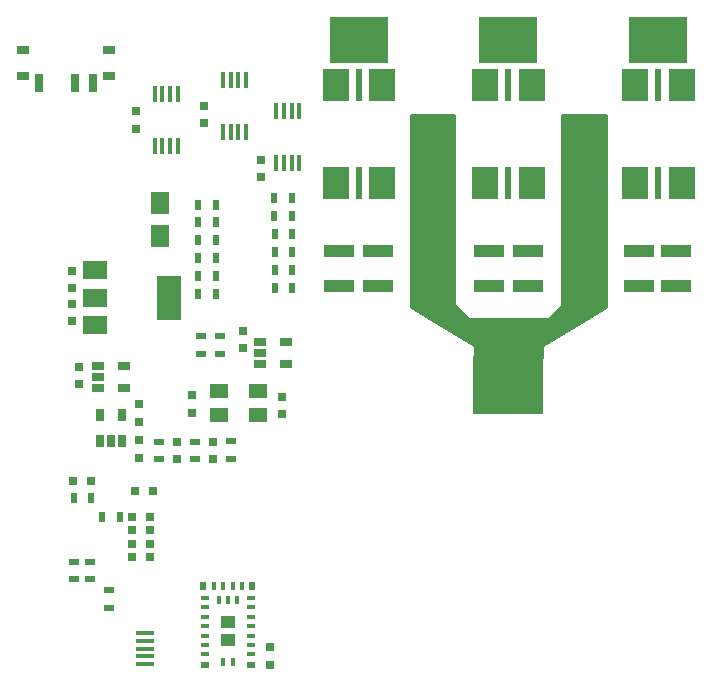
<source format=gbp>
G04 #@! TF.GenerationSoftware,KiCad,Pcbnew,(5.1.5-0)*
G04 #@! TF.CreationDate,2019-12-28T21:01:43+08:00*
G04 #@! TF.ProjectId,VESC_6,56455343-5f36-42e6-9b69-6361645f7063,A*
G04 #@! TF.SameCoordinates,Original*
G04 #@! TF.FileFunction,Paste,Bot*
G04 #@! TF.FilePolarity,Positive*
%FSLAX46Y46*%
G04 Gerber Fmt 4.6, Leading zero omitted, Abs format (unit mm)*
G04 Created by KiCad (PCBNEW (5.1.5-0)) date 2019-12-28 21:01:43*
%MOMM*%
%LPD*%
G04 APERTURE LIST*
%ADD10R,0.797560X0.797560*%
%ADD11R,1.500000X0.450000*%
%ADD12R,0.600000X2.700000*%
%ADD13R,2.300000X2.700000*%
%ADD14R,1.000000X0.800000*%
%ADD15R,0.700000X1.500000*%
%ADD16R,1.500000X1.950000*%
%ADD17R,0.450000X1.450000*%
%ADD18R,2.500000X1.000000*%
%ADD19R,0.900000X0.500000*%
%ADD20R,0.500000X0.900000*%
%ADD21R,0.750000X0.800000*%
%ADD22R,0.800000X0.750000*%
%ADD23R,5.000000X4.000000*%
%ADD24R,6.000000X5.000000*%
%ADD25R,0.730000X0.480000*%
%ADD26R,0.480000X0.730000*%
%ADD27R,0.340000X0.740000*%
%ADD28R,0.740000X0.340000*%
%ADD29R,1.200000X1.100000*%
%ADD30R,2.000000X3.800000*%
%ADD31R,2.000000X1.500000*%
%ADD32R,1.060000X0.650000*%
%ADD33R,0.650000X1.060000*%
%ADD34R,1.600000X1.300000*%
%ADD35C,0.254000*%
G04 APERTURE END LIST*
D10*
X125869700Y-101346000D03*
X127368300Y-101346000D03*
X125869700Y-99060000D03*
X127368300Y-99060000D03*
X125869700Y-100203000D03*
X127368300Y-100203000D03*
X127368300Y-97917000D03*
X125869700Y-97917000D03*
D11*
X127000000Y-107800000D03*
X127000000Y-110400000D03*
X127000000Y-108450000D03*
X127000000Y-109750000D03*
X127000000Y-109100000D03*
D12*
X145116000Y-69682000D03*
X145116000Y-61382000D03*
D13*
X143166000Y-69682000D03*
X147066000Y-61382000D03*
X147066000Y-69682000D03*
X143166000Y-61382000D03*
D12*
X170434000Y-69682000D03*
X170434000Y-61382000D03*
D13*
X168484000Y-69682000D03*
X172384000Y-61382000D03*
X172384000Y-69682000D03*
X168484000Y-61382000D03*
D12*
X157734000Y-69682000D03*
X157734000Y-61382000D03*
D13*
X155784000Y-69682000D03*
X159684000Y-61382000D03*
X159684000Y-69682000D03*
X155784000Y-61382000D03*
D14*
X116619000Y-60592000D03*
X123919000Y-60592000D03*
X123919000Y-58392000D03*
X116619000Y-58392000D03*
D15*
X122519000Y-61242000D03*
X121019000Y-61242000D03*
X118019000Y-61242000D03*
D16*
X128270000Y-74146000D03*
X128270000Y-71396000D03*
D17*
X138090000Y-63586000D03*
X138740000Y-63586000D03*
X139390000Y-63586000D03*
X140040000Y-63586000D03*
X140040000Y-67986000D03*
X139390000Y-67986000D03*
X138740000Y-67986000D03*
X138090000Y-67986000D03*
X135518800Y-65395200D03*
X134868800Y-65395200D03*
X134218800Y-65395200D03*
X133568800Y-65395200D03*
X133568800Y-60995200D03*
X134218800Y-60995200D03*
X134868800Y-60995200D03*
X135518800Y-60995200D03*
X129740300Y-66538200D03*
X129090300Y-66538200D03*
X128440300Y-66538200D03*
X127790300Y-66538200D03*
X127790300Y-62138200D03*
X128440300Y-62138200D03*
X129090300Y-62138200D03*
X129740300Y-62138200D03*
D18*
X143383000Y-78398500D03*
X143383000Y-75398500D03*
X146685000Y-78398500D03*
X146685000Y-75398500D03*
X159385000Y-78398500D03*
X159385000Y-75398500D03*
X156083000Y-78398500D03*
X156083000Y-75398500D03*
X168783000Y-78398500D03*
X168783000Y-75398500D03*
X171958000Y-78398500D03*
X171958000Y-75398500D03*
D19*
X123952000Y-105652000D03*
X123952000Y-104152000D03*
X122301000Y-101739000D03*
X122301000Y-103239000D03*
X120908300Y-101727000D03*
X120908300Y-103227000D03*
D20*
X122416000Y-96329500D03*
X120916000Y-96329500D03*
D19*
X133281000Y-84119000D03*
X133281000Y-82619000D03*
X131684800Y-84130200D03*
X131684800Y-82630200D03*
D20*
X131466500Y-71501000D03*
X132966500Y-71501000D03*
X131466500Y-72961500D03*
X132966500Y-72961500D03*
X131466500Y-74485500D03*
X132966500Y-74485500D03*
X131466500Y-76009500D03*
X132966500Y-76009500D03*
X131466500Y-77533500D03*
X132966500Y-77533500D03*
X131466500Y-79057500D03*
X132966500Y-79057500D03*
X139422000Y-70929500D03*
X137922000Y-70929500D03*
X139421300Y-72466200D03*
X137921300Y-72466200D03*
X139434000Y-73977500D03*
X137934000Y-73977500D03*
X139434000Y-75501500D03*
X137934000Y-75501500D03*
X139434000Y-77025500D03*
X137934000Y-77025500D03*
X139434000Y-78549500D03*
X137934000Y-78549500D03*
D19*
X134239000Y-93028200D03*
X134239000Y-91528200D03*
D21*
X136779000Y-69203000D03*
X136779000Y-67703000D03*
D22*
X122403300Y-94881700D03*
X120903300Y-94881700D03*
D21*
X138557000Y-89269000D03*
X138557000Y-87769000D03*
D22*
X127623000Y-95758000D03*
X126123000Y-95758000D03*
D21*
X130937000Y-87642000D03*
X130937000Y-89142000D03*
X120777000Y-77101000D03*
X120777000Y-78601000D03*
X135255000Y-83681000D03*
X135255000Y-82181000D03*
X131953000Y-63131000D03*
X131953000Y-64631000D03*
X126174500Y-63587500D03*
X126174500Y-65087500D03*
X120777000Y-79895000D03*
X120777000Y-81395000D03*
D23*
X145114500Y-57531000D03*
X157734000Y-57531000D03*
X170434000Y-57531000D03*
D24*
X157734000Y-86800000D03*
D21*
X132715000Y-91579000D03*
X132715000Y-93079000D03*
X129667000Y-91579000D03*
X129667000Y-93079000D03*
X126492000Y-91452000D03*
X126492000Y-92952000D03*
X137541000Y-110478000D03*
X137541000Y-108978000D03*
X121412000Y-85229000D03*
X121412000Y-86729000D03*
X126492000Y-88404000D03*
X126492000Y-89904000D03*
D20*
X124829000Y-97917000D03*
X123329000Y-97917000D03*
D19*
X131191000Y-91579000D03*
X131191000Y-93079000D03*
X128143000Y-93067000D03*
X128143000Y-91567000D03*
D25*
X132035000Y-110464000D03*
D26*
X131910000Y-103789000D03*
D27*
X132785000Y-103789000D03*
X133585000Y-103789000D03*
X134385000Y-103789000D03*
X135185000Y-103789000D03*
D26*
X136060000Y-103789000D03*
D28*
X135935000Y-104789000D03*
D25*
X135935000Y-110464000D03*
D27*
X134385000Y-110189000D03*
X133585000Y-110189000D03*
X133985000Y-104989000D03*
D28*
X132035000Y-104789000D03*
D27*
X133185000Y-104989000D03*
X134785000Y-104989000D03*
D28*
X132035000Y-105589000D03*
X132035000Y-106389000D03*
X132035000Y-107189000D03*
X132035000Y-107989000D03*
X132035000Y-108789000D03*
X132035000Y-109589000D03*
X135935000Y-105589000D03*
X135935000Y-106389000D03*
X135935000Y-107189000D03*
X135935000Y-107989000D03*
X135935000Y-108789000D03*
X135935000Y-109589000D03*
D29*
X133985000Y-106839000D03*
X133985000Y-108339000D03*
D30*
X129007000Y-79375000D03*
D31*
X122707000Y-79375000D03*
X122707000Y-77075000D03*
X122707000Y-81675000D03*
D32*
X136695000Y-85024000D03*
X136695000Y-84074000D03*
X136695000Y-83124000D03*
X138895000Y-83124000D03*
X138895000Y-85024000D03*
X122979000Y-87056000D03*
X122979000Y-86106000D03*
X122979000Y-85156000D03*
X125179000Y-85156000D03*
X125179000Y-87056000D03*
D33*
X125029000Y-89324000D03*
X123129000Y-89324000D03*
X123129000Y-91524000D03*
X124079000Y-91524000D03*
X125029000Y-91524000D03*
D34*
X136556000Y-87285320D03*
X133256000Y-87285320D03*
X133256000Y-89285320D03*
X136556000Y-89285320D03*
D35*
G36*
X153162000Y-80010000D02*
G01*
X153164440Y-80034776D01*
X153171667Y-80058601D01*
X153183403Y-80080557D01*
X153199197Y-80099803D01*
X154215197Y-81115803D01*
X154234443Y-81131597D01*
X154256399Y-81143333D01*
X154280224Y-81150560D01*
X154305000Y-81153000D01*
X161163000Y-81153000D01*
X161187776Y-81150560D01*
X161211601Y-81143333D01*
X161233557Y-81131597D01*
X161252803Y-81115803D01*
X162268803Y-80099803D01*
X162284597Y-80080557D01*
X162296333Y-80058601D01*
X162303560Y-80034776D01*
X162306000Y-80010000D01*
X162306000Y-63881000D01*
X165989000Y-63881000D01*
X165989000Y-80192152D01*
X160665783Y-83391144D01*
X160645803Y-83405998D01*
X160629105Y-83424464D01*
X160616331Y-83445833D01*
X160607970Y-83469284D01*
X160604200Y-83500000D01*
X160604200Y-84455000D01*
X154863800Y-84455000D01*
X154863800Y-83500000D01*
X154861360Y-83475224D01*
X154854133Y-83451399D01*
X154842397Y-83429443D01*
X154826603Y-83410197D01*
X154802217Y-83391144D01*
X149479000Y-80192152D01*
X149479000Y-63881000D01*
X153162000Y-63881000D01*
X153162000Y-80010000D01*
G37*
X153162000Y-80010000D02*
X153164440Y-80034776D01*
X153171667Y-80058601D01*
X153183403Y-80080557D01*
X153199197Y-80099803D01*
X154215197Y-81115803D01*
X154234443Y-81131597D01*
X154256399Y-81143333D01*
X154280224Y-81150560D01*
X154305000Y-81153000D01*
X161163000Y-81153000D01*
X161187776Y-81150560D01*
X161211601Y-81143333D01*
X161233557Y-81131597D01*
X161252803Y-81115803D01*
X162268803Y-80099803D01*
X162284597Y-80080557D01*
X162296333Y-80058601D01*
X162303560Y-80034776D01*
X162306000Y-80010000D01*
X162306000Y-63881000D01*
X165989000Y-63881000D01*
X165989000Y-80192152D01*
X160665783Y-83391144D01*
X160645803Y-83405998D01*
X160629105Y-83424464D01*
X160616331Y-83445833D01*
X160607970Y-83469284D01*
X160604200Y-83500000D01*
X160604200Y-84455000D01*
X154863800Y-84455000D01*
X154863800Y-83500000D01*
X154861360Y-83475224D01*
X154854133Y-83451399D01*
X154842397Y-83429443D01*
X154826603Y-83410197D01*
X154802217Y-83391144D01*
X149479000Y-80192152D01*
X149479000Y-63881000D01*
X153162000Y-63881000D01*
X153162000Y-80010000D01*
M02*

</source>
